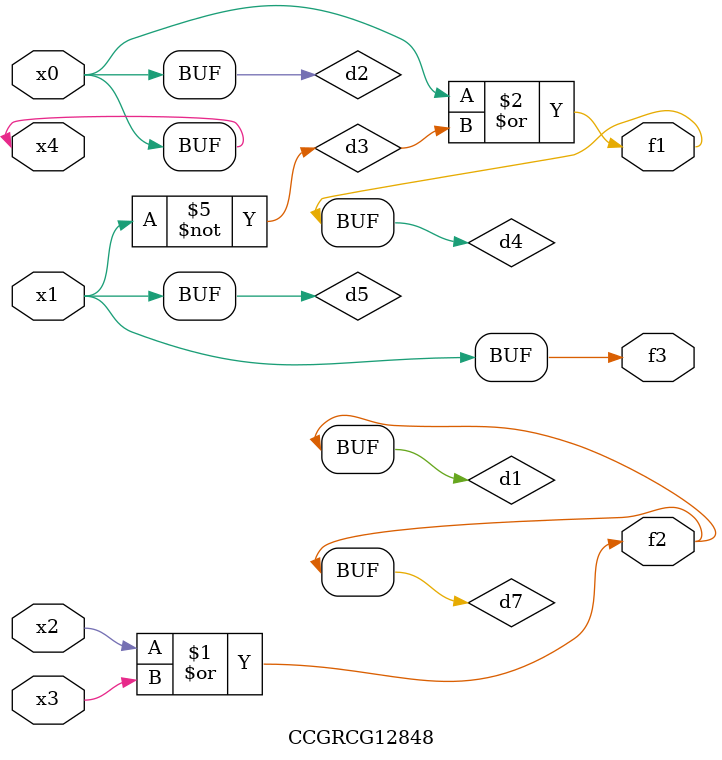
<source format=v>
module CCGRCG12848(
	input x0, x1, x2, x3, x4,
	output f1, f2, f3
);

	wire d1, d2, d3, d4, d5, d6, d7;

	or (d1, x2, x3);
	buf (d2, x0, x4);
	not (d3, x1);
	or (d4, d2, d3);
	not (d5, d3);
	nand (d6, d1, d3);
	or (d7, d1);
	assign f1 = d4;
	assign f2 = d7;
	assign f3 = d5;
endmodule

</source>
